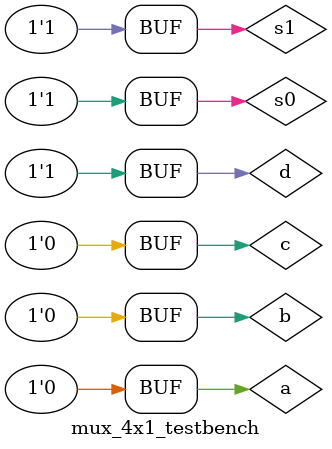
<source format=v>
`define DELAY 20
module mux_4x1_testbench();

reg a, b, c, d, s0, s1;
wire returnVal;

mux_4x1 myMux(a, b, c, d, s0, s1, returnVal);

initial begin

a = 1'b1; b = 1'b0; c = 1'b0; d = 1'b0; 
s0 = 1'b0; s1 = 1'b0;
#`DELAY;

a = 1'b0; b = 1'b1; c = 1'b0; d = 1'b0; 
s0 = 1'b0; s1 = 1'b1;
#`DELAY;

a = 1'b1; b = 1'b1; c = 1'b0; d = 1'b1; 
s0 = 1'b1; s1 = 1'b0;
#`DELAY;

a = 1'b0; b = 1'b0; c = 1'b0; d = 1'b1; 
s0 = 1'b1; s1 = 1'b1;
#`DELAY;


end


initial begin
$monitor("time = %2d, a =%1b, b=%1b, c =%1b, d=%1b, s0=%1b,  s1=%1b, returnVal=%1b", $time, a, b, c, d, s0, s1, returnVal);
end


endmodule

</source>
